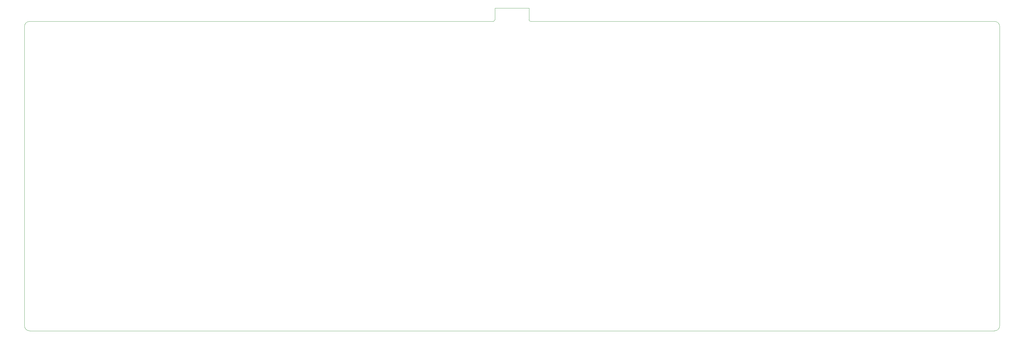
<source format=gbr>
G04 #@! TF.GenerationSoftware,KiCad,Pcbnew,5.1.5+dfsg1-2build2*
G04 #@! TF.CreationDate,2021-01-13T17:57:37+01:00*
G04 #@! TF.ProjectId,suruq-keyboard-pcb,73757275-712d-46b6-9579-626f6172642d,rev?*
G04 #@! TF.SameCoordinates,Original*
G04 #@! TF.FileFunction,Profile,NP*
%FSLAX46Y46*%
G04 Gerber Fmt 4.6, Leading zero omitted, Abs format (unit mm)*
G04 Created by KiCad (PCBNEW 5.1.5+dfsg1-2build2) date 2021-01-13 17:57:37*
%MOMM*%
%LPD*%
G04 APERTURE LIST*
%ADD10C,0.050000*%
G04 APERTURE END LIST*
D10*
X208799936Y-91892001D02*
G75*
G02X208300000Y-92400000I-499936J-7999D01*
G01*
X63373004Y-189399772D02*
G75*
G02X61800000Y-187800000I26996J1599772D01*
G01*
X61800000Y-94000000D02*
G75*
G02X63400000Y-92400000I1600000J0D01*
G01*
X61800000Y-187800000D02*
X61800000Y-94000000D01*
X208300000Y-92400000D02*
X63400000Y-92400000D01*
X365000000Y-92400000D02*
X220000000Y-92400000D01*
X366600000Y-94000000D02*
G75*
G03X365000000Y-92400000I-1600000J0D01*
G01*
X366600000Y-187800000D02*
G75*
G02X365000000Y-189400000I-1600000J0D01*
G01*
X366600000Y-187800000D02*
X366600000Y-94000000D01*
X63373000Y-189400000D02*
X365000000Y-189400000D01*
X219492000Y-88209000D02*
X208800000Y-88209000D01*
X219492000Y-91892000D02*
G75*
G03X220000000Y-92400000I508000J0D01*
G01*
X219492000Y-91892000D02*
X219492000Y-88209000D01*
X208800000Y-91892000D02*
X208800000Y-88209000D01*
M02*

</source>
